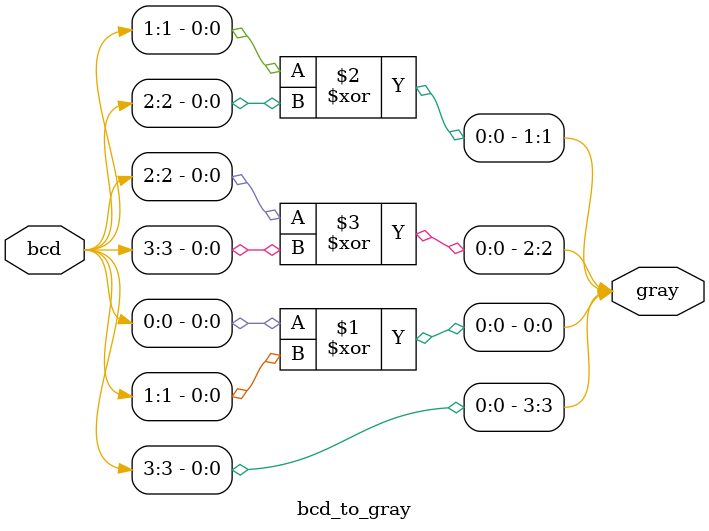
<source format=v>
module bcd_to_gray(
  input [BCD_WIDTH-1:0] bcd,
  output [GRAY_WIDTH-1:0] gray
);

  parameter BCD_WIDTH = 4;
  parameter GRAY_WIDTH = 4;

  assign gray[0] = bcd[0] ^ bcd[1];
  assign gray[1] = bcd[1] ^ bcd[2];
  assign gray[2] = bcd[2] ^ bcd[3];
  assign gray[3] = bcd[3];

endmodule
</source>
